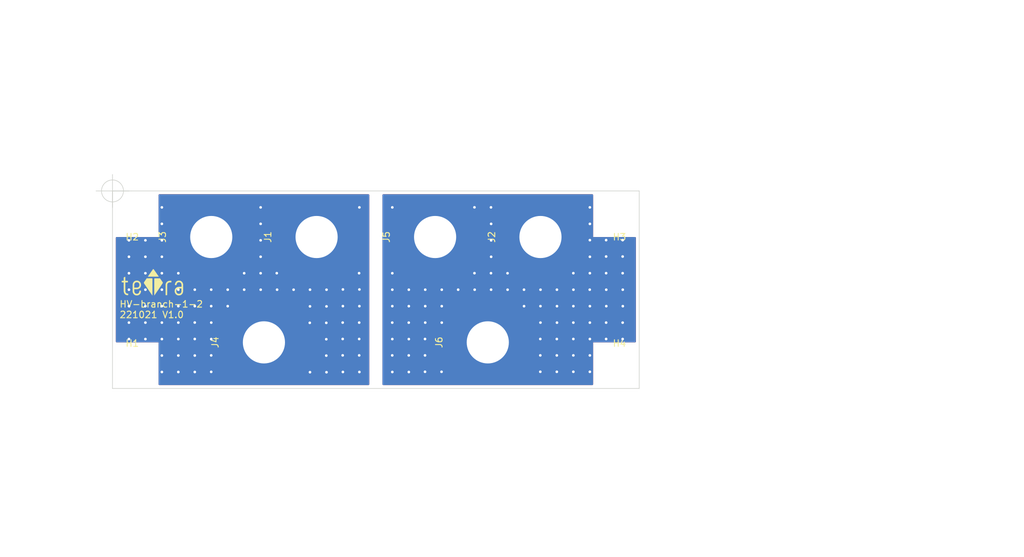
<source format=kicad_pcb>
(kicad_pcb (version 20211014) (generator pcbnew)
  (title_block (title "HV terminal branch 1-2") (date "2022-10-21") (rev "1.0") (company "teTra Aviaton Corp."))
  (layers (0 "F.Cu" signal) (31 "B.Cu" signal) (34 "B.Paste" user) (35 "F.Paste" user) (36 "B.SilkS" user "B.Silkscreen") (37 "F.SilkS" user "F.Silkscreen") (38 "B.Mask" user) (39 "F.Mask" user) (44 "Edge.Cuts" user))
  (net 0 "")
  (net 1 "VBAT+")
  (net 2 "VBAT-")
  (footprint "MountingHole:MountingHole_6.4mm_M6_Pad_TopBottom" (layer "F.Cu") (at 137 83 90)
    (fp_text reference "J6" (at 0 -7.4 90) (layer "F.SilkS"))
    (fp_text value "Conn_01x01_Female_M6_hole")
    (pad "1" thru_hole circle locked (at 0 0 90) (size 6.8 6.8) (drill 6.4) (layers *.Cu *.Mask) (net 2 "VBAT-"))
    (pad "1" connect circle locked (at 0 0 90) (size 12.8 12.8) (layers "F.Cu" "F.Mask") (net 2 "VBAT-"))
    (pad "1" connect circle locked (at 0 0 90) (size 12.8 12.8) (layers "B.Cu" "B.Mask") (net 2 "VBAT-"))
  )
  (footprint "MountingHole:MountingHole_3.2mm_M3_ISO7380" (layer "F.Cu") (at 157 87)
    (fp_text reference "H4" (at 0 -3.85) (layer "F.SilkS"))
    (fp_text value "MountingHole")
    (pad "" np_thru_hole circle locked (at 0 0) (size 3.2 3.2) (drill 3.2) (layers *.Cu *.Mask))
  )
  (footprint "kicad_teTra_footprint:teTra-logo" (layer "F.Cu") (at 86 75)
    (fp_text reference "L1" hide)
    (fp_text value "Logo" hide)
    (fp_poly (pts (xy 0.222252 -3.120726) (xy 0.242807 -3.11161) (xy 0.249856 -3.103173) (xy 0.265607 -3.082082) (xy 0.289159 -3.049632) (xy 0.319611 -3.007114) (xy 0.356061 -2.955823) (xy 0.397609 -2.897051) (xy 0.443353 -2.832092) (xy 0.492393 -2.76224) (xy 0.543827 -2.688787) (xy 0.596753 -2.613027) (xy 0.650272 -2.536253) (xy 0.703481 -2.459758) (xy 0.755479 -2.384836) (xy 0.805366 -2.312781) (xy 0.85224 -2.244884) (xy 0.8952 -2.182441) (xy 0.933345 -2.126743) (xy 0.965773 -2.079084) (xy 0.991585 -2.040758) (xy 1.009877 -2.013058) (xy 1.01975 -1.997277) (xy 1.021149 -1.994568) (xy 1.020872 -1.992342) (xy 1.017586 -1.990376) (xy 1.010326 -1.988654) (xy 0.998124 -1.987158) (xy 0.980015 -1.985874) (xy 0.955032 -1.984786) (xy 0.922209 -1.983879) (xy 0.880579 -1.983135) (xy 0.829176 -1.98254) (xy 0.767035 -1.982077) (xy 0.693188 -1.981732) (xy 0.60667 -1.981488) (xy 0.506513 -1.981328) (xy 0.391753 -1.981239) (xy 0.261422 -1.981203) (xy 0.2032 -1.9812) (xy 0.066404 -1.981216) (xy -0.054429 -1.981276) (xy -0.160272 -1.981396) (xy -0.252097 -1.981592) (xy -0.330874 -1.981881) (xy -0.397576 -1.982278) (xy -0.453173 -1.982801) (xy -0.498638 -1.983466) (xy -0.534942 -1.984289) (xy -0.563056 -1.985286) (xy -0.583952 -1.986475) (xy -0.598601 -1.98787) (xy -0.607975 -1.98949) (xy -0.613046 -1.991349) (xy -0.614785 -1.993465) (xy -0.614589 -1.994985) (xy -0.608335 -2.005799) (xy -0.593377 -2.029017) (xy -0.570606 -2.063351) (xy -0.540914 -2.107514) (xy -0.505193 -2.160217) (xy -0.464333 -2.220172) (xy -0.419226 -2.286091) (xy -0.370765 -2.356684) (xy -0.319839 -2.430665) (xy -0.267341 -2.506745) (xy -0.214162 -2.583635) (xy -0.161193 -2.660047) (xy -0.109327 -2.734693) (xy -0.059454 -2.806285) (xy -0.012466 -2.873535) (xy 0.030745 -2.935154) (xy 0.069289 -2.989854) (xy 0.102273 -3.036346) (xy 0.128806 -3.073343) (xy 0.147997 -3.099556) (xy 0.158954 -3.113698) (xy 0.161029 -3.115821) (xy 0.19027 -3.123589) (xy 0.222252 -3.120726)) (layer "F.SilkS") (width 0.01) (fill solid))
    (fp_poly (pts (xy 2.870026 -1.354216) (xy 2.9022 -1.351201) (xy 2.92378 -1.343765) (xy 2.936878 -1.330499) (xy 2.943607 -1.309993) (xy 2.946078 -1.280838) (xy 2.946406 -1.241625) (xy 2.9464 -1.2319) (xy 2.946227 -1.190026) (xy 2.944245 -1.158948) (xy 2.938259 -1.137059) (xy 2.926073 -1.122749) (xy 2.905491 -1.11441) (xy 2.874319 -1.110433) (xy 2.83036 -1.10921) (xy 2.778845 -1.109134) (xy 2.708949 -1.108099) (xy 2.652433 -1.104588) (xy 2.605848 -1.097987) (xy 2.565744 -1.087684) (xy 2.528671 -1.073067) (xy 2.503103 -1.060172) (xy 2.441985 -1.017606) (xy 2.390238 -0.962224) (xy 2.349447 -0.896247) (xy 2.3212 -0.821899) (xy 2.315111 -0.7969) (xy 2.313001 -0.784267) (xy 2.311142 -0.766838) (xy 2.30952 -0.7436) (xy 2.308121 -0.713541) (xy 2.306928 -0.675646) (xy 2.305928 -0.628902) (xy 2.305106 -0.572296) (xy 2.304447 -0.504815) (xy 2.303936 -0.425446) (xy 2.303559 -0.333175) (xy 2.3033 -0.226989) (xy 2.303145 -0.105874) (xy 2.30308 0.028073) (xy 2.302953 0.182401) (xy 2.302634 0.319817) (xy 2.302123 0.440342) (xy 2.30142 0.543997) (xy 2.300524 0.630803) (xy 2.299435 0.70078) (xy 2.298153 0.753948) (xy 2.296678 0.79033) (xy 2.295009 0.809944) (xy 2.294169 0.813356) (xy 2.288904 0.820371) (xy 2.279982 0.825052) (xy 2.264329 0.827862) (xy 2.238872 0.829262) (xy 2.200537 0.829713) (xy 2.185139 0.829733) (xy 2.138358 0.82917) (xy 2.106113 0.827311) (xy 2.086039 0.823904) (xy 2.075771 0.818698) (xy 2.075126 0.817988) (xy 2.073401 0.811267) (xy 2.071901 0.795078) (xy 2.070621 0.768731) (xy 2.069555 0.731533) (xy 2.068696 0.682796) (xy 2.068039 0.621829) (xy 2.067577 0.54794) (xy 2.067305 0.460439) (xy 2.067217 0.358635) (xy 2.067305 0.241838) (xy 2.067565 0.109358) (xy 2.067896 -0.009629) (xy 2.070415 -0.8255) (xy 2.089859 -0.888768) (xy 2.128741 -0.989362) (xy 2.179968 -1.078887) (xy 2.243096 -1.156811) (xy 2.317683 -1.222601) (xy 2.403286 -1.275725) (xy 2.417233 -1.282656) (xy 2.46722 -1.304996) (xy 2.514929 -1.322041) (xy 2.564125 -1.334548) (xy 2.618577 -1.343274) (xy 2.68205 -1.348976) (xy 2.75831 -1.352411) (xy 2.765442 -1.352621) (xy 2.825144 -1.35422) (xy 2.870026 -1.354216)) (layer "F.SilkS") (width 0.01) (fill solid))
    (fp_poly (pts (xy 1.409899 -1.437874) (xy 1.452895 -1.375668) (xy 1.493309 -1.316949) (xy 1.530016 -1.263368) (xy 1.561894 -1.216576) (xy 1.58782 -1.178223) (xy 1.606669 -1.149959) (xy 1.61732 -1.133435) (xy 1.618779 -1.130957) (xy 1.635476 -1.084525) (xy 1.638507 -1.034451) (xy 1.632318 -1.001626) (xy 1.626532 -0.991174) (xy 1.611926 -0.967946) (xy 1.589176 -0.932934) (xy 1.55896 -0.887129) (xy 1.521955 -0.831522) (xy 1.478836 -0.767106) (xy 1.430282 -0.694872) (xy 1.376968 -0.615811) (xy 1.319572 -0.530915) (xy 1.25877 -0.441176) (xy 1.195239 -0.347585) (xy 1.129656 -0.251134) (xy 1.062698 -0.152814) (xy 0.995042 -0.053617) (xy 0.927364 0.045465) (xy 0.860342 0.143442) (xy 0.794651 0.23932) (xy 0.73097 0.33211) (xy 0.669974 0.420818) (xy 0.61234 0.504455) (xy 0.558746 0.582027) (xy 0.509868 0.652544) (xy 0.466383 0.715013) (xy 0.428968 0.768444) (xy 0.398299 0.811845) (xy 0.375053 0.844223) (xy 0.359908 0.864589) (xy 0.35354 0.871949) (xy 0.353483 0.871959) (xy 0.352754 0.86366) (xy 0.352049 0.839356) (xy 0.351372 0.799977) (xy 0.350728 0.746451) (xy 0.350122 0.679709) (xy 0.349558 0.600677) (xy 0.349041 0.510287) (xy 0.348576 0.409466) (xy 0.348168 0.299143) (xy 0.34782 0.180248) (xy 0.347538 0.053709) (xy 0.347327 -0.079544) (xy 0.347191 -0.218583) (xy 0.347134 -0.362478) (xy 0.347133 -0.388203) (xy 0.347177 -0.576713) (xy 0.347309 -0.748707) (xy 0.347534 -0.904601) (xy 0.347854 -1.044813) (xy 0.348272 -1.169758) (xy 0.348792 -1.279855) (xy 0.349415 -1.375519) (xy 0.350146 -1.457168) (xy 0.350988 -1.525219) (xy 0.351942 -1.580087) (xy 0.353014 -1.622191) (xy 0.354204 -1.651947) (xy 0.355517 -1.669771) (xy 0.35649 -1.675315) (xy 0.367488 -1.696481) (xy 0.38103 -1.710279) (xy 0.381334 -1.710446) (xy 0.393472 -1.712396) (xy 0.421529 -1.714122) (xy 0.464493 -1.715605) (xy 0.521349 -1.716824) (xy 0.591086 -1.71776) (xy 0.672689 -1.718394) (xy 0.765147 -1.718704) (xy 0.806092 -1.718733) (xy 1.215364 -1.718733) (xy 1.409899 -1.437874)) (layer "F.SilkS") (width 0.01) (fill solid))
    (fp_poly (pts (xy 4.097867 -1.37521) (xy 4.149836 -1.374888) (xy 4.188916 -1.373785) (xy 4.219149 -1.37144) (xy 4.244577 -1.367391) (xy 4.26924 -1.361174) (xy 4.296833 -1.352443) (xy 4.391341 -1.312737) (xy 4.474708 -1.260313) (xy 4.54697 -1.195136) (xy 4.608161 -1.117167) (xy 4.658318 -1.026369) (xy 4.696217 -0.926785) (xy 4.719804 -0.8509) (xy 4.722498 -0.293904) (xy 4.723002 -0.17975) (xy 4.723315 -0.081175) (xy 4.723414 0.003175) (xy 4.723276 0.074653) (xy 4.722879 0.134612) (xy 4.7222 0.184407) (xy 4.721217 0.225391) (xy 4.719906 0.258918) (xy 4.718246 0.286341) (xy 4.716212 0.309013) (xy 4.713784 0.328289) (xy 4.711883 0.340218) (xy 4.686637 0.441823) (xy 4.647873 0.53548) (xy 4.59661 0.619958) (xy 4.533867 0.694025) (xy 4.460662 0.756451) (xy 4.378012 0.806004) (xy 4.301067 0.837091) (xy 4.198977 0.861417) (xy 4.093567 0.870265) (xy 3.988985 0.863292) (xy 3.9878 0.863118) (xy 3.889698 0.840484) (xy 3.797888 0.80314) (xy 3.714002 0.752259) (xy 3.639675 0.689018) (xy 3.576542 0.614592) (xy 3.527028 0.531773) (xy 3.499278 0.470379) (xy 3.47941 0.413472) (xy 3.465514 0.354289) (xy 3.455682 0.286069) (xy 3.454421 0.274463) (xy 3.452822 0.235699) (xy 3.686093 0.235699) (xy 3.686673 0.242916) (xy 3.701295 0.330694) (xy 3.728292 0.409016) (xy 3.766926 0.476892) (xy 3.816459 0.53333) (xy 3.876152 0.57734) (xy 3.945267 0.607931) (xy 3.9624 0.61296) (xy 4.015545 0.622466) (xy 4.076741 0.625994) (xy 4.139095 0.623636) (xy 4.195712 0.615485) (xy 4.218961 0.609501) (xy 4.255619 0.595689) (xy 4.292818 0.57777) (xy 4.315102 0.564454) (xy 4.356324 0.529272) (xy 4.396071 0.482846) (xy 4.43022 0.430655) (xy 4.454037 0.379861) (xy 4.459667 0.363709) (xy 4.46415 0.348) (xy 4.467646 0.330554) (xy 4.470316 0.30919) (xy 4.472321 0.281727) (xy 4.473822 0.245985) (xy 4.474978 0.199783) (xy 4.475951 0.14094) (xy 4.47687 0.06985) (xy 4.479984 -0.186267) (xy 4.248371 -0.186267) (xy 4.169911 -0.186026) (xy 4.106008 -0.185103) (xy 4.054289 -0.183196) (xy 4.01238 -0.180003) (xy 3.97791 -0.175222) (xy 3.948505 -0.168552) (xy 3.921792 -0.15969) (xy 3.895399 -0.148336) (xy 3.876231 -0.138939) (xy 3.818249 -0.10036) (xy 3.769227 -0.049099) (xy 3.730332 0.01249) (xy 3.702733 0.082055) (xy 3.687598 0.157242) (xy 3.686093 0.235699) (xy 3.452822 0.235699) (xy 3.450994 0.191403) (xy 3.456931 0.105999) (xy 3.471597 0.02601) (xy 3.476114 0.009281) (xy 3.507604 -0.07258) (xy 3.55274 -0.151215) (xy 3.608999 -0.22357) (xy 3.673858 -0.286585) (xy 3.744793 -0.337205) (xy 3.776133 -0.354202) (xy 3.81522 -0.372784) (xy 3.850805 -0.387858) (xy 3.885353 -0.39983) (xy 3.921325 -0.409103) (xy 3.961185 -0.416081) (xy 4.007397 -0.42117) (xy 4.062424 -0.424773) (xy 4.128728 -0.427295) (xy 4.208772 -0.42914) (xy 4.23545 -0.429616) (xy 4.487333 -0.433909) (xy 4.487333 -0.592977) (xy 4.486349 -0.674478) (xy 4.483111 -0.74202) (xy 4.477195 -0.798476) (xy 4.468174 -0.846723) (xy 4.455622 -0.889633) (xy 4.439115 -0.930082) (xy 4.436605 -0.935417) (xy 4.397052 -0.999409) (xy 4.345578 -1.052889) (xy 4.28433 -1.094769) (xy 4.215455 -1.123959) (xy 4.141101 -1.139371) (xy 4.063416 -1.139915) (xy 4.039181 -1.136924) (xy 3.962868 -1.117371) (xy 3.896213 -1.084062) (xy 3.83959 -1.037404) (xy 3.793374 -0.977805) (xy 3.757938 -0.90567) (xy 3.733657 -0.821406) (xy 3.729789 -0.80093) (xy 3.722975 -0.766007) (xy 3.715818 -0.73684) (xy 3.709491 -0.717958) (xy 3.707332 -0.714147) (xy 3.695218 -0.709436) (xy 3.670466 -0.705888) (xy 3.637335 -0.703566) (xy 3.600085 -0.702534) (xy 3.562977 -0.702855) (xy 3.530268 -0.704592) (xy 3.50622 -0.707808) (xy 3.496733 -0.711027) (xy 3.488338 -0.725606) (xy 3.485317 -0.753208) (xy 3.487179 -0.790972) (xy 3.49343 -0.836034) (xy 3.50358 -0.885534) (xy 3.517137 -0.936609) (xy 3.53361 -0.986396) (xy 3.551513 -1.029899) (xy 3.601158 -1.120724) (xy 3.660035 -1.197608) (xy 3.728953 -1.261302) (xy 3.808723 -1.312556) (xy 3.898981 -1.351711) (xy 3.92627 -1.360866) (xy 3.949835 -1.367301) (xy 3.973647 -1.371485) (xy 4.001675 -1.373887) (xy 4.037891 -1.374976) (xy 4.086266 -1.375222) (xy 4.097867 -1.37521)) (layer "F.SilkS") (width 0.01) (fill solid))
    (fp_poly (pts (xy -4.075655 -1.951197) (xy -4.074288 -1.950417) (xy -4.070408 -1.946757) (xy -4.067252 -1.940045) (xy -4.064728 -1.928602) (xy -4.062744 -1.91075) (xy -4.061209 -1.884808) (xy -4.06003 -1.849099) (xy -4.059116 -1.801943) (xy -4.058375 -1.741661) (xy -4.057716 -1.666575) (xy -4.057542 -1.64373) (xy -4.055317 -1.3462) (xy -3.869639 -1.3462) (xy -3.804298 -1.346261) (xy -3.753939 -1.345719) (xy -3.716618 -1.343488) (xy -3.69039 -1.338479) (xy -3.673311 -1.329607) (xy -3.663436 -1.315784) (xy -3.65882 -1.295923) (xy -3.65752 -1.268938) (xy -3.657591 -1.233741) (xy -3.6576 -1.227667) (xy -3.65749 -1.191173) (xy -3.658452 -1.163038) (xy -3.662431 -1.142179) (xy -3.671369 -1.127512) (xy -3.687206 -1.117953) (xy -3.711887 -1.112418) (xy -3.747354 -1.109825) (xy -3.795548 -1.10909) (xy -3.858413 -1.109128) (xy -3.870077 -1.109133) (xy -4.056194 -1.109133) (xy -4.053327 -0.42545) (xy -4.052778 -0.300504) (xy -4.052227 -0.191323) (xy -4.051648 -0.096741) (xy -4.051012 -0.01559) (xy -4.050292 0.053298) (xy -4.049459 0.111089) (xy -4.048487 0.158952) (xy -4.047348 0.198053) (xy -4.046013 0.229561) (xy -4.044455 0.254642) (xy -4.042647 0.274463) (xy -4.04056 0.290194) (xy -4.038166 0.303) (xy -4.035773 0.312819) (xy -4.007667 0.393733) (xy -3.970513 0.460605) (xy -3.923934 0.513936) (xy -3.867551 0.554229) (xy -3.846088 0.565044) (xy -3.815624 0.57694) (xy -3.783228 0.584593) (xy -3.742935 0.589197) (xy -3.717605 0.590747) (xy -3.681353 0.59334) (xy -3.651025 0.596965) (xy -3.630942 0.601034) (xy -3.62585 0.603231) (xy -3.621078 0.61531) (xy -3.617642 0.640069) (xy -3.615552 0.673309) (xy -3.614816 0.710829) (xy -3.615441 0.74843) (xy -3.617437 0.781911) (xy -3.62081 0.807071) (xy -3.625427 0.819573) (xy -3.640119 0.825296) (xy -3.667736 0.828625) (xy -3.704457 0.829664) (xy -3.746458 0.828519) (xy -3.789918 0.825295) (xy -3.831014 0.820097) (xy -3.865923 0.81303) (xy -3.866202 0.812957) (xy -3.956476 0.781233) (xy -4.036371 0.736166) (xy -4.105809 0.677849) (xy -4.164715 0.606378) (xy -4.213013 0.521848) (xy -4.250624 0.424352) (xy -4.277474 0.313986) (xy -4.279679 0.301574) (xy -4.282117 0.285141) (xy -4.284239 0.265347) (xy -4.286066 0.241013) (xy -4.287617 0.210957) (xy -4.288913 0.173998) (xy -4.289976 0.128955) (xy -4.290826 0.074646) (xy -4.291482 0.009891) (xy -4.291966 -0.066491) (xy -4.292299 -0.155682) (xy -4.2925 -0.258863) (xy -4.29259 -0.377215) (xy -4.2926 -0.441376) (xy -4.2926 -1.109133) (xy -4.43182 -1.109133) (xy -4.488596 -1.109223) (xy -4.53065 -1.110544) (xy -4.560188 -1.114676) (xy -4.579419 -1.123201) (xy -4.590548 -1.137697) (xy -4.595784 -1.159745) (xy -4.597333 -1.190926) (xy -4.5974 -1.227667) (xy -4.597276 -1.268311) (xy -4.595431 -1.298416) (xy -4.589658 -1.319561) (xy -4.57775 -1.333328) (xy -4.5575 -1.341295) (xy -4.5267 -1.345043) (xy -4.483144 -1.346152) (xy -4.43182 -1.3462) (xy -4.2926 -1.3462) (xy -4.2926 -1.844228) (xy -4.268715 -1.864031) (xy -4.250775 -1.876275) (xy -4.222147 -1.892944) (xy -4.187524 -1.91138) (xy -4.16682 -1.921704) (xy -4.129158 -1.939317) (xy -4.103342 -1.949505) (xy -4.086474 -1.953165) (xy -4.075655 -1.951197)) (layer "F.SilkS") (width 0.01) (fill solid))
    (fp_poly (pts (xy 0.047305 -1.699211) (xy 0.067733 -1.675456) (xy 0.067733 -0.397461) (xy 0.067691 -0.251777) (xy 0.067566 -0.110779) (xy 0.067365 0.024612) (xy 0.067091 0.153471) (xy 0.06675 0.274878) (xy 0.066345 0.387908) (xy 0.065883 0.491639) (xy 0.065366 0.585149) (xy 0.064801 0.667515) (xy 0.064192 0.737815) (xy 0.063544 0.795126) (xy 0.06286 0.838524) (xy 0.062147 0.867089) (xy 0.061409 0.879896) (xy 0.061202 0.880533) (xy 0.055705 0.873683) (xy 0.041207 0.853675) (xy 0.018271 0.821323) (xy -0.012537 0.777442) (xy -0.050653 0.722847) (xy -0.095512 0.658351) (xy -0.146551 0.584769) (xy -0.203203 0.502915) (xy -0.264904 0.413604) (xy -0.331091 0.31765) (xy -0.401197 0.215868) (xy -0.474659 0.109071) (xy -0.550912 -0.001926) (xy -0.577736 -0.041004) (xy -0.65499 -0.153655) (xy -0.729668 -0.2627) (xy -0.8012 -0.367298) (xy -0.869016 -0.46661) (xy -0.932546 -0.559796) (xy -0.991219 -0.646017) (xy -1.044467 -0.724432) (xy -1.091718 -0.794203) (xy -1.132403 -0.854488) (xy -1.165951 -0.904448) (xy -1.191793 -0.943244) (xy -1.209359 -0.970035) (xy -1.218078 -0.983982) (xy -1.218904 -0.985589) (xy -1.226565 -1.023282) (xy -1.225586 -1.066986) (xy -1.216447 -1.10845) (xy -1.210967 -1.121833) (xy -1.202621 -1.136104) (xy -1.18569 -1.162547) (xy -1.161311 -1.199472) (xy -1.130621 -1.245188) (xy -1.094759 -1.298004) (xy -1.054862 -1.35623) (xy -1.012067 -1.418173) (xy -0.99737 -1.439333) (xy -0.8001 -1.722967) (xy 0.026877 -1.722967) (xy 0.047305 -1.699211)) (layer "F.SilkS") (width 0.01) (fill solid))
    (fp_poly (pts (xy -2.218867 -1.37351) (xy -2.122643 -1.355103) (xy -2.031825 -1.322792) (xy -1.947809 -1.277112) (xy -1.871992 -1.218599) (xy -1.805768 -1.147786) (xy -1.750534 -1.06521) (xy -1.735793 -1.037167) (xy -1.701447 -0.955111) (xy -1.678918 -0.87025) (xy -1.667287 -0.778344) (xy -1.665133 -0.7112) (xy -1.667199 -0.638309) (xy -1.674341 -0.576128) (xy -1.687852 -0.518859) (xy -1.709027 -0.460707) (xy -1.732535 -0.409284) (xy -1.782813 -0.324988) (xy -1.845635 -0.251553) (xy -1.919926 -0.189778) (xy -2.004608 -0.140461) (xy -2.098608 -0.104402) (xy -2.164643 -0.088365) (xy -2.193459 -0.08413) (xy -2.231415 -0.080876) (xy -2.280226 -0.078532) (xy -2.341605 -0.077029) (xy -2.417268 -0.076298) (xy -2.464545 -0.0762) (xy -2.700867 -0.0762) (xy -2.700571 0.074083) (xy -2.698842 0.164577) (xy -2.693648 0.241047) (xy -2.684401 0.306158) (xy -2.67051 0.362572) (xy -2.651388 0.412955) (xy -2.626445 0.45997) (xy -2.609433 0.486231) (xy -2.577861 0.522045) (xy -2.53499 0.556802) (xy -2.486235 0.586729) (xy -2.43701 0.608056) (xy -2.432466 0.609509) (xy -2.371991 0.622383) (xy -2.305388 0.626926) (xy -2.239351 0.623149) (xy -2.180572 0.611065) (xy -2.174252 0.609033) (xy -2.103699 0.576665) (xy -2.042726 0.530736) (xy -1.992028 0.472102) (xy -1.952302 0.401617) (xy -1.924243 0.320137) (xy -1.918387 0.294573) (xy -1.911835 0.25885) (xy -1.907064 0.225619) (xy -1.905019 0.201559) (xy -1.905 0.199928) (xy -1.903214 0.177501) (xy -1.896176 0.161917) (xy -1.881368 0.151978) (xy -1.856269 0.146481) (xy -1.818361 0.144228) (xy -1.78748 0.143933) (xy -1.739462 0.144338) (xy -1.705969 0.146904) (xy -1.68459 0.153653) (xy -1.672918 0.166612) (xy -1.668544 0.187805) (xy -1.66906 0.219255) (xy -1.670592 0.242178) (xy -1.68544 0.348646) (xy -1.713895 0.449868) (xy -1.755008 0.54387) (xy -1.807833 0.628674) (xy -1.871423 0.702306) (xy -1.90619 0.73368) (xy -1.951028 0.765692) (xy -2.005988 0.797281) (xy -2.064507 0.825125) (xy -2.120023 0.845902) (xy -2.137833 0.850967) (xy -2.181928 0.859185) (xy -2.236481 0.864931) (xy -2.295158 0.867919) (xy -2.351625 0.867861) (xy -2.399549 0.864472) (xy -2.408528 0.863217) (xy -2.508409 0.839445) (xy -2.600009 0.8012) (xy -2.682584 0.749174) (xy -2.755387 0.684058) (xy -2.817674 0.606543) (xy -2.868699 0.517322) (xy -2.907716 0.417085) (xy -2.914594 0.3937) (xy -2.918293 0.380085) (xy -2.921473 0.366932) (xy -2.924174 0.352909) (xy -2.926435 0.336681) (xy -2.928296 0.316914) (xy -2.929796 0.292276) (xy -2.930975 0.261433) (xy -2.931872 0.22305) (xy -2.932528 0.175794) (xy -2.93298 0.118332) (xy -2.93327 0.04933) (xy -2.933437 -0.032547) (xy -2.93352 -0.12863) (xy -2.933559 -0.240255) (xy -2.93356 -0.245534) (xy -2.93357 -0.313267) (xy -2.702581 -0.313267) (xy -2.486569 -0.313267) (xy -2.403064 -0.31371) (xy -2.334899 -0.315084) (xy -2.280504 -0.317458) (xy -2.238309 -0.320899) (xy -2.207153 -0.325398) (xy -2.128062 -0.348037) (xy -2.060035 -0.383446) (xy -2.00334 -0.431383) (xy -1.958244 -0.491604) (xy -1.925014 -0.563869) (xy -1.917453 -0.587674) (xy -1.908523 -0.635569) (xy -1.905161 -0.693597) (xy -1.907092 -0.756001) (xy -1.914036 -0.817022) (xy -1.925717 -0.870901) (xy -1.932047 -0.890228) (xy -1.967353 -0.962468) (xy -2.014807 -1.024074) (xy -2.073068 -1.07365) (xy -2.140793 -1.109797) (xy -2.144444 -1.111243) (xy -2.18724 -1.123065) (xy -2.240512 -1.130659) (xy -2.298279 -1.133786) (xy -2.35456 -1.132209) (xy -2.403374 -1.125691) (xy -2.417884 -1.122113) (xy -2.491121 -1.094028) (xy -2.55265 -1.054973) (xy -2.60337 -1.003998) (xy -2.64418 -0.940156) (xy -2.675978 -0.8625) (xy -2.681756 -0.843799) (xy -2.685959 -0.824905) (xy -2.689438 -0.79839) (xy -2.692294 -0.762493) (xy -2.694632 -0.715451) (xy -2.696555 -0.655503) (xy -2.698166 -0.580886) (xy -2.698582 -0.556683) (xy -2.702581 -0.313267) (xy -2.93357 -0.313267) (xy -2.933577 -0.357908) (xy -2.933542 -0.454696) (xy -2.933416 -0.537245) (xy -2.93316 -0.606901) (xy -2.932736 -0.665013) (xy -2.932105 -0.712926) (xy -2.931226 -0.751988) (xy -2.930062 -0.783546) (xy -2.928574 -0.808946) (xy -2.926722 -0.829537) (xy -2.924467 -0.846665) (xy -2.921771 -0.861676) (xy -2.918595 -0.875919) (xy -2.914899 -0.890739) (xy -2.914891 -0.890772) (xy -2.881203 -0.993825) (xy -2.835781 -1.086027) (xy -2.779257 -1.166643) (xy -2.712267 -1.234943) (xy -2.635444 -1.290193) (xy -2.549423 -1.331662) (xy -2.526024 -1.339965) (xy -2.421954 -1.366477) (xy -2.319103 -1.37748) (xy -2.218867 -1.37351)) (layer "F.SilkS") (width 0.01) (fill solid))
  )
  (footprint "MountingHole:MountingHole_3.2mm_M3_ISO7380" (layer "F.Cu") (at 83 87)
    (fp_text reference "H1" (at 0 -3.85) (layer "F.SilkS"))
    (fp_text value "MountingHole")
    (pad "" np_thru_hole circle locked (at 0 0) (size 3.2 3.2) (drill 3.2) (layers *.Cu *.Mask))
  )
  (footprint "MountingHole:MountingHole_6.4mm_M6_Pad_TopBottom" (layer "F.Cu") (at 95 67 90)
    (fp_text reference "J3" (at 0 -7.4 90) (layer "F.SilkS"))
    (fp_text value "Conn_01x01_Female_M6_hole")
    (pad "1" connect circle locked (at 0 0 90) (size 12.8 12.8) (layers "B.Cu" "B.Mask") (net 1 "VBAT+"))
    (pad "1" connect circle locked (at 0 0 90) (size 12.8 12.8) (layers "F.Cu" "F.Mask") (net 1 "VBAT+"))
    (pad "1" thru_hole circle locked (at 0 0 90) (size 6.8 6.8) (drill 6.4) (layers *.Cu *.Mask) (net 1 "VBAT+"))
  )
  (footprint "MountingHole:MountingHole_3.2mm_M3_ISO7380" (layer "F.Cu") (at 83 63)
    (fp_text reference "H2" (at 0 4) (layer "F.SilkS"))
    (fp_text value "MountingHole")
    (pad "" np_thru_hole circle locked (at 0 0) (size 3.2 3.2) (drill 3.2) (layers *.Cu *.Mask))
  )
  (footprint "MountingHole:MountingHole_6.4mm_M6_Pad_TopBottom" (layer "F.Cu") (at 111 67 90)
    (fp_text reference "J1" (at 0 -7.4 90) (layer "F.SilkS"))
    (fp_text value "Conn_01x01_Female_M6_hole")
    (pad "1" thru_hole circle locked (at 0 0 90) (size 6.8 6.8) (drill 6.4) (layers *.Cu *.Mask) (net 1 "VBAT+"))
    (pad "1" connect circle locked (at 0 0 90) (size 12.8 12.8) (layers "F.Cu" "F.Mask") (net 1 "VBAT+"))
    (pad "1" connect circle locked (at 0 0 90) (size 12.8 12.8) (layers "B.Cu" "B.Mask") (net 1 "VBAT+"))
  )
  (footprint "MountingHole:MountingHole_6.4mm_M6_Pad_TopBottom" (layer "F.Cu") (at 145 67 90)
    (fp_text reference "J2" (at 0 -7.4 90) (layer "F.SilkS"))
    (fp_text value "Conn_01x01_Female_M6_hole")
    (pad "1" connect circle locked (at 0 0 90) (size 12.8 12.8) (layers "B.Cu" "B.Mask") (net 2 "VBAT-"))
    (pad "1" thru_hole circle locked (at 0 0 90) (size 6.8 6.8) (drill 6.4) (layers *.Cu *.Mask) (net 2 "VBAT-"))
    (pad "1" connect circle locked (at 0 0 90) (size 12.8 12.8) (layers "F.Cu" "F.Mask") (net 2 "VBAT-"))
  )
  (footprint "MountingHole:MountingHole_6.4mm_M6_Pad_TopBottom" (layer "F.Cu") (at 103 83 90)
    (fp_text reference "J4" (at 0 -7.4 90) (layer "F.SilkS"))
    (fp_text value "Conn_01x01_Female_M6_hole")
    (pad "1" thru_hole circle locked (at 0 0 90) (size 6.8 6.8) (drill 6.4) (layers *.Cu *.Mask) (net 1 "VBAT+"))
    (pad "1" connect circle locked (at 0 0 90) (size 12.8 12.8) (layers "B.Cu" "B.Mask") (net 1 "VBAT+"))
    (pad "1" connect circle locked (at 0 0 90) (size 12.8 12.8) (layers "F.Cu" "F.Mask") (net 1 "VBAT+"))
  )
  (footprint "MountingHole:MountingHole_3.2mm_M3_ISO7380" (layer "F.Cu") (at 157 63)
    (fp_text reference "H3" (at 0 4) (layer "F.SilkS"))
    (fp_text value "MountingHole")
    (pad "" np_thru_hole circle locked (at 0 0) (size 3.2 3.2) (drill 3.2) (layers *.Cu *.Mask))
  )
  (footprint "MountingHole:MountingHole_6.4mm_M6_Pad_TopBottom" (layer "F.Cu") (at 129 67 90)
    (fp_text reference "J5" (at 0 -7.4 90) (layer "F.SilkS"))
    (fp_text value "Conn_01x01_Female_M6_hole")
    (pad "1" connect circle locked (at 0 0 90) (size 12.8 12.8) (layers "F.Cu" "F.Mask") (net 2 "VBAT-"))
    (pad "1" connect circle locked (at 0 0 90) (size 12.8 12.8) (layers "B.Cu" "B.Mask") (net 2 "VBAT-"))
    (pad "1" thru_hole circle locked (at 0 0 90) (size 6.8 6.8) (drill 6.4) (layers *.Cu *.Mask) (net 2 "VBAT-"))
  )
  (gr_line (start 160 90) (end 160 60) (layer "Edge.Cuts") (width 0.1))
  (gr_line (start 80 60) (end 160 60) (layer "Edge.Cuts") (width 0.1))
  (gr_line (start 80 60) (end 80 90) (layer "Edge.Cuts") (width 0.1))
  (gr_line (start 80 90) (end 160 90) (layer "Edge.Cuts") (width 0.1))
  (gr_text "HV-branch-1-2\n221021 V1.0" (at 81 78) (layer "F.SilkS") (effects (font (size 1 1)) (justify left)))
  (target plus (at 80 60) (size 5) (width 0.1) (layer "Edge.Cuts"))
  (segment (start 103 75) (end 111 67) (width 6) (layer "F.Cu") (net 1))
  (segment (start 103 75) (end 95 67) (width 6) (layer "F.Cu") (net 1))
  (segment (start 103 83) (end 103 75) (width 6) (layer "F.Cu") (net 1))
  (via (at 87.5 65) (size 0.8) (drill 0.4) (layers "F.Cu" "B.Cu") (net 1))
  (via (at 107.507993 75.00379) (size 0.8) (drill 0.4) (layers "F.Cu" "B.Cu") (net 1))
  (via (at 109.964466 80.031291) (size 0.8) (drill 0.4) (layers "F.Cu" "B.Cu") (net 1))
  (via (at 92.5 85) (size 0.8) (drill 0.4) (layers "F.Cu" "B.Cu") (net 1))
  (via (at 87.5 87.5) (size 0.8) (drill 0.4) (layers "F.Cu" "B.Cu") (net 1))
  (via (at 112.472459 85.01329) (size 0.8) (drill 0.4) (layers "F.Cu" "B.Cu") (net 1))
  (via (at 90 87.5) (size 0.8) (drill 0.4) (layers "F.Cu" "B.Cu") (net 1))
  (via (at 85 82.5) (size 0.8) (drill 0.4) (layers "F.Cu" "B.Cu") (net 1))
  (via (at 114.996248 74.964918) (size 0.8) (drill 0.4) (layers "F.Cu" "B.Cu") (net 1))
  (via (at 114.960714 84.974418) (size 0.8) (drill 0.4) (layers "F.Cu" "B.Cu") (net 1))
  (via (at 87.5 82.5) (size 0.8) (drill 0.4) (layers "F.Cu" "B.Cu") (net 1))
  (via (at 95 80) (size 0.8) (drill 0.4) (layers "F.Cu" "B.Cu") (net 1))
  (via (at 114.960714 79.996209) (size 0.8) (drill 0.4) (layers "F.Cu" "B.Cu") (net 1))
  (via (at 90 80) (size 0.8) (drill 0.4) (layers "F.Cu" "B.Cu") (net 1))
  (via (at 112.472459 82.524186) (size 0.8) (drill 0.4) (layers "F.Cu" "B.Cu") (net 1))
  (via (at 112.503752 77.535082) (size 0.8) (drill 0.4) (layers "F.Cu" "B.Cu") (net 1))
  (via (at 85 70) (size 0.8) (drill 0.4) (layers "F.Cu" "B.Cu") (net 1))
  (via (at 94.992007 87.480753) (size 0.8) (drill 0.4) (layers "F.Cu" "B.Cu") (net 1))
  (via (at 87.5 67.5) (size 0.8) (drill 0.4) (layers "F.Cu" "B.Cu") (net 1))
  (via (at 102.5 65) (size 0.8) (drill 0.4) (layers "F.Cu" "B.Cu") (net 1))
  (via (at 82.5 67.5) (size 0.8) (drill 0.4) (layers "F.Cu" "B.Cu") (net 1))
  (via (at 85 72.5) (size 0.8) (drill 0.4) (layers "F.Cu" "B.Cu") (net 1))
  (via (at 114.992007 87.49621) (size 0.8) (drill 0.4) (layers "F.Cu" "B.Cu") (net 1))
  (via (at 114.992007 77.49621) (size 0.8) (drill 0.4) (layers "F.Cu" "B.Cu") (net 1))
  (via (at 117.5 87.5) (size 0.8) (drill 0.4) (layers "F.Cu" "B.Cu") (net 1))
  (via (at 102.5 70) (size 0.8) (drill 0.4) (layers "F.Cu" "B.Cu") (net 1))
  (via (at 87.5 62.5) (size 0.8) (drill 0.4) (layers "F.Cu" "B.Cu") (net 1))
  (via (at 117.468707 82.489104) (size 0.8) (drill 0.4) (layers "F.Cu" "B.Cu") (net 1))
  (via (at 82.5 77.5) (size 0.8) (drill 0.4) (layers "F.Cu" "B.Cu") (net 1))
  (via (at 105 75) (size 0.8) (drill 0.4) (layers "F.Cu" "B.Cu") (net 1))
  (via (at 87.5 85) (size 0.8) (drill 0.4) (layers "F.Cu" "B.Cu") (net 1))
  (via (at 85 75) (size 0.8) (drill 0.4) (layers "F.Cu" "B.Cu") (net 1))
  (via (at 100 72.5) (size 0.8) (drill 0.4) (layers "F.Cu" "B.Cu") (net 1))
  (via (at 90 82.5) (size 0.8) (drill 0.4) (layers "F.Cu" "B.Cu") (net 1))
  (via (at 92.5 77.5) (size 0.8) (drill 0.4) (layers "F.Cu" "B.Cu") (net 1))
  (via (at 92.495871 82.488482) (size 0.8) (drill 0.4) (layers "F.Cu" "B.Cu") (net 1))
  (via (at 104.949374 72.492625) (size 0.8) (drill 0.4) (layers "F.Cu" "B.Cu") (net 1))
  (via (at 82.5 70) (size 0.8) (drill 0.4) (layers "F.Cu" "B.Cu") (net 1))
  (via (at 117.5 77.5) (size 0.8) (drill 0.4) (layers "F.Cu" "B.Cu") (net 1))
  (via (at 112.503752 87.535082) (size 0.8) (drill 0.4) (layers "F.Cu" "B.Cu") (net 1))
  (via (at 87.5 80) (size 0.8) (drill 0.4) (layers "F.Cu" "B.Cu") (net 1))
  (via (at 109.995759 77.531292) (size 0.8) (drill 0.4) (layers "F.Cu" "B.Cu") (net 1))
  (via (at 82.5 80) (size 0.8) (drill 0.4) (layers "F.Cu" "B.Cu") (net 1))
  (via (at 87.5 77.5) (size 0.8) (drill 0.4) (layers "F.Cu" "B.Cu") (net 1))
  (via (at 94.992007 74.99621) (size 0.8) (drill 0.4) (layers "F.Cu" "B.Cu") (net 1))
  (via (at 102.507993 75.00379) (size 0.8) (drill 0.4) (layers "F.Cu" "B.Cu") (net 1))
  (via (at 109.995759 87.531292) (size 0.8) (drill 0.4) (layers "F.Cu" "B.Cu") (net 1))
  (via (at 92.5 75) (size 0.8) (drill 0.4) (layers "F.Cu" "B.Cu") (net 1))
  (via (at 114.960714 82.485314) (size 0.8) (drill 0.4) (layers "F.Cu" "B.Cu") (net 1))
  (via (at 82.5 82.5) (size 0.8) (drill 0.4) (layers "F.Cu" "B.Cu") (net 1))
  (via (at 117.5 62.5) (size 0.8) (drill 0.4) (layers "F.Cu" "B.Cu") (net 1))
  (via (at 97.5 77.5) (size 0.8) (drill 0.4) (layers "F.Cu" "B.Cu") (net 1))
  (via (at 90 75) (size 0.8) (drill 0.4) (layers "F.Cu" "B.Cu") (net 1))
  (via (at 92.495871 79.988482) (size 0.8) (drill 0.4) (layers "F.Cu" "B.Cu") (net 1))
  (via (at 94.992007 84.980753) (size 0.8) (drill 0.4) (layers "F.Cu" "B.Cu") (net 1))
  (via (at 95 82.5) (size 0.8) (drill 0.4) (layers "F.Cu" "B.Cu") (net 1))
  (via (at 117.504241 74.968708) (size 0.8) (drill 0.4) (layers "F.Cu" "B.Cu") (net 1))
  (via (at 87.5 72.5) (size 0.8) (drill 0.4) (layers "F.Cu" "B.Cu") (net 1))
  (via (at 82.5 72.5) (size 0.8) (drill 0.4) (layers "F.Cu" "B.Cu") (net 1))
  (via (at 110 75) (size 0.8) (drill 0.4) (layers "F.Cu" "B.Cu") (net 1))
  (via (at 112.472459 80.035081) (size 0.8) (drill 0.4) (layers "F.Cu" "B.Cu") (net 1))
  (via (at 112.507993 75.00379) (size 0.8) (drill 0.4) (layers "F.Cu" "B.Cu") (net 1))
  (via (at 102.5 72.5) (size 0.8) (drill 0.4) (layers "F.Cu" "B.Cu") (net 1))
  (via (at 87.5 75) (size 0.8) (drill 0.4) (layers "F.Cu" "B.Cu") (net 1))
  (via (at 90 85) (size 0.8) (drill 0.4) (layers "F.Cu" "B.Cu") (net 1))
  (via (at 100 75) (size 0.8) (drill 0.4) (layers "F.Cu" "B.Cu") (net 1))
  (via (at 117.468707 79.999999) (size 0.8) (drill 0.4) (layers "F.Cu" "B.Cu") (net 1))
  (via (at 102.5 62.5) (size 0.8) (drill 0.4) (layers "F.Cu" "B.Cu") (net 1))
  (via (at 92.5 87.5) (size 0.8) (drill 0.4) (layers "F.Cu" "B.Cu") (net 1))
  (via (at 117.453958 72.492625) (size 0.8) (drill 0.4) (layers "F.Cu" "B.Cu") (net 1))
  (via (at 90 72.5) (size 0.8) (drill 0.4) (layers "F.Cu" "B.Cu") (net 1))
  (via (at 102.5 67.5) (size 0.8) (drill 0.4) (layers "F.Cu" "B.Cu") (net 1))
  (via (at 94.992007 77.49621) (size 0.8) (drill 0.4) (layers "F.Cu" "B.Cu") (net 1))
  (via (at 117.468707 84.978208) (size 0.8) (drill 0.4) (layers "F.Cu" "B.Cu") (net 1))
  (via (at 90 77.5) (size 0.8) (drill 0.4) (layers "F.Cu" "B.Cu") (net 1))
  (via (at 85 77.5) (size 0.8) (drill 0.4) (layers "F.Cu" "B.Cu") (net 1))
  (via (at 85 80) (size 0.8) (drill 0.4) (layers "F.Cu" "B.Cu") (net 1))
  (via (at 85 67.5) (size 0.8) (drill 0.4) (layers "F.Cu" "B.Cu") (net 1))
  (via (at 87.5 70) (size 0.8) (drill 0.4) (layers "F.Cu" "B.Cu") (net 1))
  (via (at 82.5 75) (size 0.8) (drill 0.4) (layers "F.Cu" "B.Cu") (net 1))
  (via (at 97.5 75) (size 0.8) (drill 0.4) (layers "F.Cu" "B.Cu") (net 1))
  (segment (start 137 75) (end 145 67) (width 6) (layer "F.Cu") (net 2))
  (segment (start 137 75) (end 129 67) (width 6) (layer "F.Cu") (net 2))
  (segment (start 137 83) (end 137 75) (width 6) (layer "F.Cu") (net 2))
  (via (at 127.5 75) (size 0.8) (drill 0.4) (layers "F.Cu" "B.Cu") (net 2))
  (via (at 144.975418 82.489104) (size 0.8) (drill 0.4) (layers "F.Cu" "B.Cu") (net 2))
  (via (at 125.007993 87.50379) (size 0.8) (drill 0.4) (layers "F.Cu" "B.Cu") (net 2))
  (via (at 152.507993 65.00379) (size 0.8) (drill 0.4) (layers "F.Cu" "B.Cu") (net 2))
  (via (at 154.974023 79.999999) (size 0.8) (drill 0.4) (layers "F.Cu" "B.Cu") (net 2))
  (via (at 154.992535 75.003789) (size 0.8) (drill 0.4) (layers "F.Cu" "B.Cu") (net 2))
  (via (at 122.5 77.5) (size 0.8) (drill 0.4) (layers "F.Cu" "B.Cu") (net 2))
  (via (at 152.484542 74.999999) (size 0.8) (drill 0.4) (layers "F.Cu" "B.Cu") (net 2))
  (via (at 127.467312 84.978208) (size 0.8) (drill 0.4) (layers "F.Cu" "B.Cu") (net 2))
  (via (at 142.5 75) (size 0.8) (drill 0.4) (layers "F.Cu" "B.Cu") (net 2))
  (via (at 125.007993 75.00379) (size 0.8) (drill 0.4) (layers "F.Cu" "B.Cu") (net 2))
  (via (at 122.5 75) (size 0.8) (drill 0.4) (layers "F.Cu" "B.Cu") (net 2))
  (via (at 157.5 75) (size 0.8) (drill 0.4) (layers "F.Cu" "B.Cu") (net 2))
  (via (at 137.484806 72.494289) (size 0.8) (drill 0.4) (layers "F.Cu" "B.Cu") (net 2))
  (via (at 125.007993 77.50379) (size 0.8) (drill 0.4) (layers "F.Cu" "B.Cu") (net 2))
  (via (at 147.507993 80.00379) (size 0.8) (drill 0.4) (layers "F.Cu" "B.Cu") (net 2))
  (via (at 144.975418 84.978208) (size 0.8) (drill 0.4) (layers "F.Cu" "B.Cu") (net 2))
  (via (at 152.507993 70.00379) (size 0.8) (drill 0.4) (layers "F.Cu" "B.Cu") (net 2))
  (via (at 154.974023 82.489104) (size 0.8) (drill 0.4) (layers "F.Cu" "B.Cu") (net 2))
  (via (at 155 77.5) (size 0.8) (drill 0.4) (layers "F.Cu" "B.Cu") (net 2))
  (via (at 124.997097 80.003789) (size 0.8) (drill 0.4) (layers "F.Cu" "B.Cu") (net 2))
  (via (at 152.503808 67.473892) (size 0.8) (drill 0.4) (layers "F.Cu" "B.Cu") (net 2))
  (via (at 122.489104 84.978208) (size 0.8) (drill 0.4) (layers "F.Cu" "B.Cu") (net 2))
  (via (at 154.974023 69.959206) (size 0.8) (drill 0.4) (layers "F.Cu" "B.Cu") (net 2))
  (via (at 130.007993 75.00379) (size 0.8) (drill 0.4) (layers "F.Cu" "B.Cu") (net 2))
  (via (at 152.503808 62.495684) (size 0.8) (drill 0.4) (layers "F.Cu" "B.Cu") (net 2))
  (via (at 122.5 82.5) (size 0.8) (drill 0.4) (layers "F.Cu" "B.Cu") (net 2))
  (via (at 152.503808 82.492894) (size 0.8) (drill 0.4) (layers "F.Cu" "B.Cu") (net 2))
  (via (at 154.974023 67.470102) (size 0.8) (drill 0.4) (layers "F.Cu" "B.Cu") (net 2))
  (via (at 149.995815 79.999999) (size 0.8) (drill 0.4) (layers "F.Cu" "B.Cu") (net 2))
  (via (at 137.484806 62.495684) (size 0.8) (drill 0.4) (layers "F.Cu" "B.Cu") (net 2))
  (via (at 134.976813 72.490499) (size 0.8) (drill 0.4) (layers "F.Cu" "B.Cu") (net 2))
  (via (at 145 77.5) (size 0.8) (drill 0.4) (layers "F.Cu" "B.Cu") (net 2))
  (via (at 127.467312 82.489104) (size 0.8) (drill 0.4) (layers "F.Cu" "B.Cu") (net 2))
  (via (at 157.482016 72.494289) (size 0.8) (drill 0.4) (layers "F.Cu" "B.Cu") (net 2))
  (via (at 147.483411 84.981998) (size 0.8) (drill 0.4) (layers "F.Cu" "B.Cu") (net 2))
  (via (at 149.995815 82.489104) (size 0.8) (drill 0.4) (layers "F.Cu" "B.Cu") (net 2))
  (via (at 150 77.5) (size 0.8) (drill 0.4) (layers "F.Cu" "B.Cu") (net 2))
  (via (at 154.974023 72.490499) (size 0.8) (drill 0.4) (layers "F.Cu" "B.Cu") (net 2))
  (via (at 140 72.5) (size 0.8) (drill 0.4) (layers "F.Cu" "B.Cu") (net 2))
  (via (at 157.482016 67.473892) (size 0.8) (drill 0.4) (layers "F.Cu" "B.Cu") (net 2))
  (via (at 135.007993 75.00379) (size 0.8) (drill 0.4) (layers "F.Cu" "B.Cu") (net 2))
  (via (at 134.976813 62.491894) (size 0.8) (drill 0.4) (layers "F.Cu" "B.Cu") (net 2))
  (via (at 152.503808 87.471102) (size 0.8) (drill 0.4) (layers "F.Cu" "B.Cu") (net 2))
  (via (at 137.5 75) (size 0.8) (drill 0.4) (layers "F.Cu" "B.Cu") (net 2))
  (via (at 157.507993 77.50379) (size 0.8) (drill 0.4) (layers "F.Cu" "B.Cu") (net 2))
  (via (at 149.995815 84.978208) (size 0.8) (drill 0.4) (layers "F.Cu" "B.Cu") (net 2))
  (via (at 137.507993 67.50379) (size 0.8) (drill 0.4) (layers "F.Cu" "B.Cu") (net 2))
  (via (at 140.007993 75.00379) (size 0.8) (drill 0.4) (layers "F.Cu" "B.Cu") (net 2))
  (via (at 157.482016 80.003789) (size 0.8) (drill 0.4) (layers "F.Cu" "B.Cu") (net 2))
  (via (at 157.482016 82.492894) (size 0.8) (drill 0.4) (layers "F.Cu" "B.Cu") (net 2))
  (via (at 129.975305 87.471102) (size 0.8) (drill 0.4) (layers "F.Cu" "B.Cu") (net 2))
  (via (at 124.997097 84.981998) (size 0.8) (drill 0.4) (layers "F.Cu" "B.Cu") (net 2))
  (via (at 144.975418 87.467312) (size 0.8) (drill 0.4) (layers "F.Cu" "B.Cu") (net 2))
  (via (at 145 80) (size 0.8) (drill 0.4) (layers "F.Cu" "B.Cu") (net 2))
  (via (at 152.503808 72.494289) (size 0.8) (drill 0.4) (layers "F.Cu" "B.Cu") (net 2))
  (via (at 127.5 80) (size 0.8) (drill 0.4) (layers "F.Cu" "B.Cu") (net 2))
  (via (at 122.489104 79.999999) (size 0.8) (drill 0.4) (layers "F.Cu" "B.Cu") (net 2))
  (via (at 149.995815 87.467312) (size 0.8) (drill 0.4) (layers "F.Cu" "B.Cu") (net 2))
  (via (at 152.503808 84.981998) (size 0.8) (drill 0.4) (layers "F.Cu" "B.Cu") (net 2))
  (via (at 130.007993 77.50379) (size 0.8) (drill 0.4) (layers "F.Cu" "B.Cu") (net 2))
  (via (at 137.507993 70.00379) (size 0.8) (drill 0.4) (layers "F.Cu" "B.Cu") (net 2))
  (via (at 132.5 75) (size 0.8) (drill 0.4) (layers "F.Cu" "B.Cu") (net 2))
  (via (at 147.483411 82.492894) (size 0.8) (drill 0.4) (layers "F.Cu" "B.Cu") (net 2))
  (via (at 122.5 62.5) (size 0.8) (drill 0.4) (layers "F.Cu" "B.Cu") (net 2))
  (via (at 137.507993 65.00379) (size 0.8) (drill 0.4) (layers "F.Cu" "B.Cu") (net 2))
  (via (at 125.007993 82.50379) (size 0.8) (drill 0.4) (layers "F.Cu" "B.Cu") (net 2))
  (via (at 122.5 72.5) (size 0.8) (drill 0.4) (layers "F.Cu" "B.Cu") (net 2))
  (via (at 157.482016 69.962996) (size 0.8) (drill 0.4) (layers "F.Cu" "B.Cu") (net 2))
  (via (at 142.507993 77.50379) (size 0.8) (drill 0.4) (layers "F.Cu" "B.Cu") (net 2))
  (via (at 130.007993 80.00379) (size 0.8) (drill 0.4) (layers "F.Cu" "B.Cu") (net 2))
  (via (at 149.995815 72.490499) (size 0.8) (drill 0.4) (layers "F.Cu" "B.Cu") (net 2))
  (via (at 147.483411 87.471102) (size 0.8) (drill 0.4) (layers "F.Cu" "B.Cu") (net 2))
  (via (at 147.507993 77.50379) (size 0.8) (drill 0.4) (layers "F.Cu" "B.Cu") (net 2))
  (via (at 127.5 77.5) (size 0.8) (drill 0.4) (layers "F.Cu" "B.Cu") (net 2))
  (via (at 150.007993 75.00379) (size 0.8) (drill 0.4) (layers "F.Cu" "B.Cu") (net 2))
  (via (at 127.467312 87.467312) (size 0.8) (drill 0.4) (layers "F.Cu" "B.Cu") (net 2))
  (via (at 122.5 87.5) (size 0.8) (drill 0.4) (layers "F.Cu" "B.Cu") (net 2))
  (via (at 152.507993 77.50379) (size 0.8) (drill 0.4) (layers "F.Cu" "B.Cu") (net 2))
  (via (at 145.007993 75.00379) (size 0.8) (drill 0.4) (layers "F.Cu" "B.Cu") (net 2))
  (via (at 152.503808 80.003789) (size 0.8) (drill 0.4) (layers "F.Cu" "B.Cu") (net 2))
  (via (at 147.5 75) (size 0.8) (drill 0.4) (layers "F.Cu" "B.Cu") (net 2))
  (zone (net 0) (net_name "") (layers F&B.Cu) (connect_pads (clearance 0)) (min_thickness 0.254)
    (keepout (tracks allowed) (vias allowed) (pads allowed) (copperpour not_allowed) (footprints allowed))
    (fill (thermal_gap 0.508) (thermal_bridge_width 0.508))
    (polygon (pts (xy 87 90) (xy 80 90) (xy 80 83) (xy 87 83)))
  )
  (zone (net 2) (net_name "VBAT-") (layers F&B.Cu) (connect_pads yes (clearance 0.508)) (min_thickness 0.254) (fill yes (thermal_gap 0.508) (thermal_bridge_width 0.508))
    (polygon (pts (xy 160 90) (xy 121 90) (xy 121 60) (xy 160 60)))
  )
  (zone (net 1) (net_name "VBAT+") (layers F&B.Cu) (connect_pads yes (clearance 0.508)) (min_thickness 0.254) (fill yes (thermal_gap 0.508) (thermal_bridge_width 0.508))
    (polygon (pts (xy 119 90) (xy 80 90) (xy 80 60) (xy 119 60)))
  )
  (zone (net 0) (net_name "") (layers F&B.Cu) (connect_pads (clearance 0)) (min_thickness 0.254)
    (keepout (tracks allowed) (vias allowed) (pads allowed) (copperpour not_allowed) (footprints allowed))
    (fill (thermal_gap 0.508) (thermal_bridge_width 0.508))
    (polygon (pts (xy 160 67) (xy 153 67) (xy 153 60) (xy 160 60)))
  )
  (zone (net 0) (net_name "") (layers F&B.Cu) (connect_pads (clearance 0)) (min_thickness 0.254)
    (keepout (tracks allowed) (vias allowed) (pads allowed) (copperpour not_allowed) (footprints allowed))
    (fill (thermal_gap 0.508) (thermal_bridge_width 0.508))
    (polygon (pts (xy 87 67) (xy 80 67) (xy 80 60) (xy 87 60)))
  )
  (zone (net 0) (net_name "") (layers F&B.Cu) (connect_pads (clearance 0)) (min_thickness 0.254)
    (keepout (tracks allowed) (vias allowed) (pads allowed) (copperpour not_allowed) (footprints allowed))
    (fill (thermal_gap 0.508) (thermal_bridge_width 0.508))
    (polygon (pts (xy 160 90) (xy 153 90) (xy 153 83) (xy 160 83)))
  )
)
</source>
